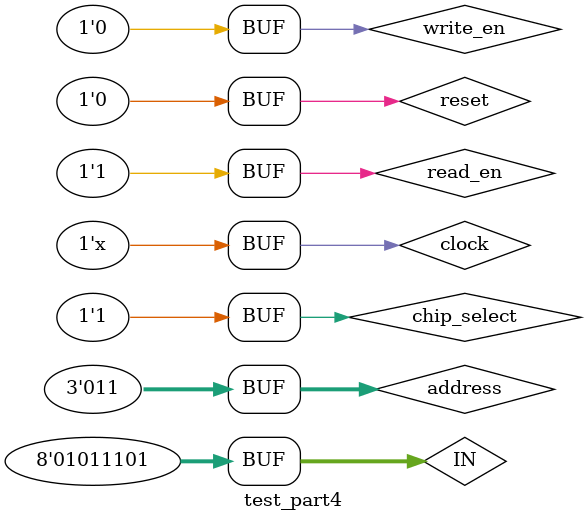
<source format=v>
`timescale 1ns / 1ps


module test_part4();
    reg[7:0]    IN;
    reg[2:0]    address;
    reg         chip_select, reset, read_en, write_en, clock;
    wire[7:0]   OUT;
    
    part4 uut (.data_in(IN), .address(address), .chip_select(chip_select), .reset(reset),
        .read_en(read_en), .write_en(write_en), .clock(clock), .data_out(OUT));
        
    initial begin
        clock = 1; reset = 1;
        chip_select = 1'b1;  address = 3'b000;   read_en = 1'b0; write_en = 1'b1;   IN = 8'hAA; #50;
        chip_select = 1'b1;  address = 3'b001;   read_en = 1'b0; write_en = 1'b1;   IN = 8'hB3; #50;
        chip_select = 1'b1;  address = 3'b010;   read_en = 1'b0; write_en = 1'b1;   IN = 8'h1E; #50;
        chip_select = 1'b1;  address = 3'b011;   read_en = 1'b0; write_en = 1'b1;   IN = 8'h82; #50;
        chip_select = 1'b1;  address = 3'b100;   read_en = 1'b0; write_en = 1'b1;   IN = 8'hC4; #50;
        chip_select = 1'b1;  address = 3'b101;   read_en = 1'b0; write_en = 1'b1;   IN = 8'hF3; #50;
        chip_select = 1'b1;  address = 3'b110;   read_en = 1'b0; write_en = 1'b1;   IN = 8'h68; #50;
        chip_select = 1'b1;  address = 3'b111;   read_en = 1'b0; write_en = 1'b1;   IN = 8'h44; #50;
        chip_select = 1'b1;  address = 3'b000;   read_en = 1'b1; write_en = 1'b0;   IN = 8'h2C; #50;
        chip_select = 1'b1;  address = 3'b001;   read_en = 1'b1; write_en = 1'b0;   IN = 8'hDD; #50;
        chip_select = 1'b1;  address = 3'b010;   read_en = 1'b1; write_en = 1'b0;   IN = 8'hCC; #50;
        chip_select = 1'b1;  address = 3'b011;   read_en = 1'b1; write_en = 1'b0;   IN = 8'h95; #50;
        chip_select = 1'b1;  address = 3'b100;   read_en = 1'b1; write_en = 1'b0;   IN = 8'hD6; #50;
        chip_select = 1'b1;  address = 3'b101;   read_en = 1'b1; write_en = 1'b0;   IN = 8'h09; #50;
        chip_select = 1'b1;  address = 3'b110;   read_en = 1'b1; write_en = 1'b0;   IN = 8'hFF; #50;
        chip_select = 1'b1;  address = 3'b111;   read_en = 1'b1; write_en = 1'b0;   IN = 8'h7C; #50;
        reset = 0;
        chip_select = 1'b1;  address = 3'b000;   read_en = 1'b1; write_en = 1'b0;   IN = 8'h3F; #50;
        chip_select = 1'b1;  address = 3'b001;   read_en = 1'b1; write_en = 1'b0;   IN = 8'hC0; #50;
        chip_select = 1'b1;  address = 3'b010;   read_en = 1'b1; write_en = 1'b0;   IN = 8'h37; #50;
        chip_select = 1'b1;  address = 3'b011;   read_en = 1'b1; write_en = 1'b0;   IN = 8'h5D; #50;
    end
    
    always begin
        clock = ~clock; #25;
    end
endmodule

</source>
